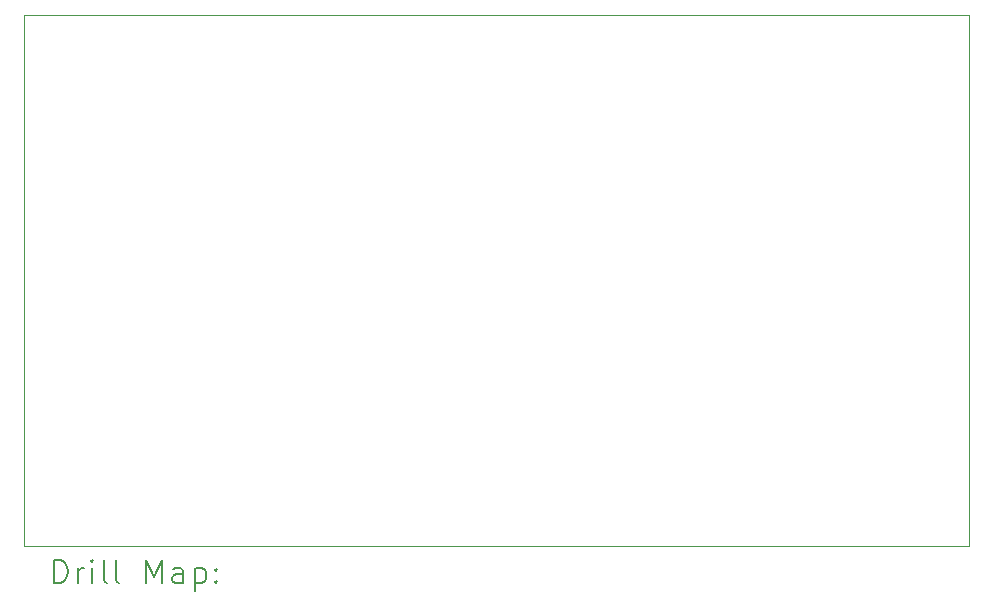
<source format=gbr>
%FSLAX45Y45*%
G04 Gerber Fmt 4.5, Leading zero omitted, Abs format (unit mm)*
G04 Created by KiCad (PCBNEW 6.0.4-6f826c9f35~116~ubuntu20.04.1) date 2024-01-06 18:53:34*
%MOMM*%
%LPD*%
G01*
G04 APERTURE LIST*
%TA.AperFunction,Profile*%
%ADD10C,0.100000*%
%TD*%
%ADD11C,0.200000*%
G04 APERTURE END LIST*
D10*
X10000000Y-5000000D02*
X18000000Y-5000000D01*
X18000000Y-5000000D02*
X18000000Y-9500000D01*
X18000000Y-9500000D02*
X10000000Y-9500000D01*
X10000000Y-9500000D02*
X10000000Y-5000000D01*
D11*
X10252619Y-9815476D02*
X10252619Y-9615476D01*
X10300238Y-9615476D01*
X10328810Y-9625000D01*
X10347857Y-9644048D01*
X10357381Y-9663095D01*
X10366905Y-9701190D01*
X10366905Y-9729762D01*
X10357381Y-9767857D01*
X10347857Y-9786905D01*
X10328810Y-9805952D01*
X10300238Y-9815476D01*
X10252619Y-9815476D01*
X10452619Y-9815476D02*
X10452619Y-9682143D01*
X10452619Y-9720238D02*
X10462143Y-9701190D01*
X10471667Y-9691667D01*
X10490714Y-9682143D01*
X10509762Y-9682143D01*
X10576429Y-9815476D02*
X10576429Y-9682143D01*
X10576429Y-9615476D02*
X10566905Y-9625000D01*
X10576429Y-9634524D01*
X10585952Y-9625000D01*
X10576429Y-9615476D01*
X10576429Y-9634524D01*
X10700238Y-9815476D02*
X10681190Y-9805952D01*
X10671667Y-9786905D01*
X10671667Y-9615476D01*
X10805000Y-9815476D02*
X10785952Y-9805952D01*
X10776429Y-9786905D01*
X10776429Y-9615476D01*
X11033571Y-9815476D02*
X11033571Y-9615476D01*
X11100238Y-9758333D01*
X11166905Y-9615476D01*
X11166905Y-9815476D01*
X11347857Y-9815476D02*
X11347857Y-9710714D01*
X11338333Y-9691667D01*
X11319286Y-9682143D01*
X11281190Y-9682143D01*
X11262143Y-9691667D01*
X11347857Y-9805952D02*
X11328809Y-9815476D01*
X11281190Y-9815476D01*
X11262143Y-9805952D01*
X11252619Y-9786905D01*
X11252619Y-9767857D01*
X11262143Y-9748810D01*
X11281190Y-9739286D01*
X11328809Y-9739286D01*
X11347857Y-9729762D01*
X11443095Y-9682143D02*
X11443095Y-9882143D01*
X11443095Y-9691667D02*
X11462143Y-9682143D01*
X11500238Y-9682143D01*
X11519286Y-9691667D01*
X11528809Y-9701190D01*
X11538333Y-9720238D01*
X11538333Y-9777381D01*
X11528809Y-9796429D01*
X11519286Y-9805952D01*
X11500238Y-9815476D01*
X11462143Y-9815476D01*
X11443095Y-9805952D01*
X11624048Y-9796429D02*
X11633571Y-9805952D01*
X11624048Y-9815476D01*
X11614524Y-9805952D01*
X11624048Y-9796429D01*
X11624048Y-9815476D01*
X11624048Y-9691667D02*
X11633571Y-9701190D01*
X11624048Y-9710714D01*
X11614524Y-9701190D01*
X11624048Y-9691667D01*
X11624048Y-9710714D01*
M02*

</source>
